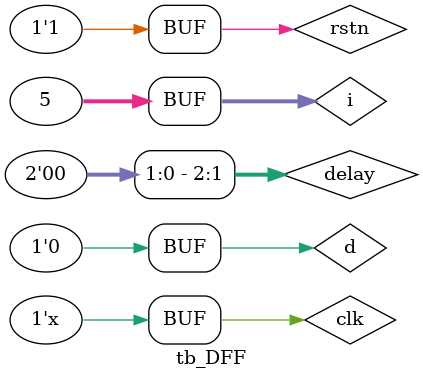
<source format=v>
module DFF (input d,
             input rstn,
             input clk,
             output reg q);
    always @ (posedge clk or negedge rstn)
       if (!rstn)
          q <= 0;
       else
          q <= d;
endmodule

module tb_DFF;
	reg clk;
	reg d;
	reg rstn;
	reg [2:0] delay;
integer i;

	DFF DFF0 ( .d(d),
		   .rstn (rstn),
		   .clk (clk),
                   .q (q));
	
	always #10 clk = ~clk;

	initial begin
	 	clk <= 0;
		d <= 0;
		rstn <= 0;

		#15
		d <= 1;
		#10
			rstn <= 1;

		for (i = 0; i < 5; i = i+1)
			begin
			delay = $random;
			#(delay) d <= i;
			end
		end
endmodule
			




























 
</source>
